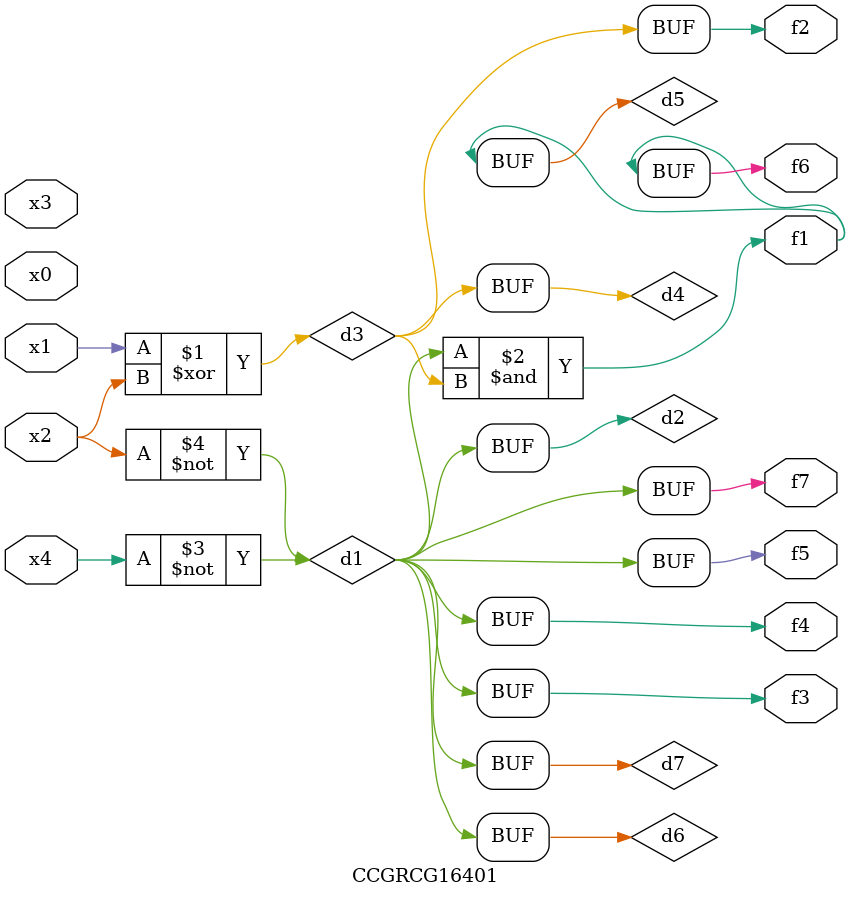
<source format=v>
module CCGRCG16401(
	input x0, x1, x2, x3, x4,
	output f1, f2, f3, f4, f5, f6, f7
);

	wire d1, d2, d3, d4, d5, d6, d7;

	not (d1, x4);
	not (d2, x2);
	xor (d3, x1, x2);
	buf (d4, d3);
	and (d5, d1, d3);
	buf (d6, d1, d2);
	buf (d7, d2);
	assign f1 = d5;
	assign f2 = d4;
	assign f3 = d7;
	assign f4 = d7;
	assign f5 = d7;
	assign f6 = d5;
	assign f7 = d7;
endmodule

</source>
